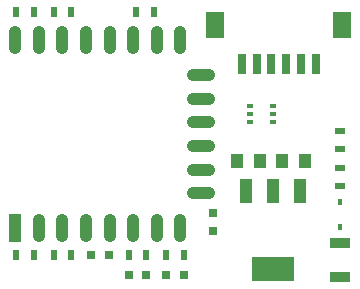
<source format=gtp>
G04 #@! TF.FileFunction,Paste,Top*
%FSLAX46Y46*%
G04 Gerber Fmt 4.6, Leading zero omitted, Abs format (unit mm)*
G04 Created by KiCad (PCBNEW (2015-11-11 BZR 6309, Git 34f1c0e)-product) date Mon 07 Dec 2015 11:04:15 PM EET*
%MOMM*%
G01*
G04 APERTURE LIST*
%ADD10C,0.100000*%
%ADD11R,0.800000X0.750000*%
%ADD12R,0.750000X0.800000*%
%ADD13R,1.000000X1.250000*%
%ADD14R,0.797560X0.797560*%
%ADD15R,0.450000X0.590000*%
%ADD16R,1.700000X0.900000*%
%ADD17R,0.500000X0.900000*%
%ADD18R,0.900000X0.500000*%
%ADD19O,2.400000X1.100000*%
%ADD20R,1.100000X2.400000*%
%ADD21O,1.100000X2.400000*%
%ADD22R,3.657600X2.032000*%
%ADD23R,1.016000X2.032000*%
%ADD24R,0.600000X0.420000*%
%ADD25R,0.700000X1.800000*%
%ADD26R,1.600000X2.200000*%
G04 APERTURE END LIST*
D10*
D11*
X51574000Y-81978500D03*
X53074000Y-81978500D03*
D12*
X61849000Y-79934500D03*
X61849000Y-78434500D03*
D13*
X69707000Y-73977500D03*
X67707000Y-73977500D03*
X63897000Y-73977500D03*
X65897000Y-73977500D03*
D14*
X59423300Y-83629500D03*
X57924700Y-83629500D03*
X56248300Y-83629500D03*
X54749700Y-83629500D03*
D15*
X72644000Y-79604500D03*
X72644000Y-77494500D03*
D16*
X72644000Y-83809500D03*
X72644000Y-80909500D03*
D17*
X59424000Y-81978500D03*
X57924000Y-81978500D03*
X49899000Y-81978500D03*
X48399000Y-81978500D03*
X45224000Y-81978500D03*
X46724000Y-81978500D03*
X56249000Y-81978500D03*
X54749000Y-81978500D03*
D18*
X72644000Y-74624500D03*
X72644000Y-76124500D03*
X72644000Y-71449500D03*
X72644000Y-72949500D03*
D17*
X46724000Y-61404500D03*
X45224000Y-61404500D03*
X49899000Y-61404500D03*
X48399000Y-61404500D03*
X55384000Y-61404500D03*
X56884000Y-61404500D03*
D19*
X60875201Y-76729500D03*
X60875201Y-74729500D03*
X60875201Y-72729500D03*
X60875201Y-70729500D03*
X60875201Y-68729500D03*
X60875201Y-66729500D03*
D20*
X45125201Y-79719500D03*
D21*
X47125201Y-79719500D03*
X49125201Y-79719500D03*
X51125201Y-79719500D03*
X53125201Y-79719500D03*
X55125201Y-79719500D03*
X57125201Y-79719500D03*
X59125201Y-79719500D03*
X59125201Y-63719500D03*
X57125201Y-63719500D03*
X55125201Y-63719500D03*
X53125201Y-63719500D03*
X51125201Y-63719500D03*
X49125201Y-63719500D03*
X47125201Y-63719500D03*
X45125201Y-63719500D03*
D22*
X66929000Y-83121500D03*
D23*
X66929000Y-76517500D03*
X64643000Y-76517500D03*
X69215000Y-76517500D03*
D24*
X66929000Y-70675500D03*
X66929000Y-70025500D03*
X66929000Y-69375500D03*
X65029000Y-69375500D03*
X65029000Y-70025500D03*
X65029000Y-70675500D03*
D25*
X64324000Y-65799500D03*
X65574000Y-65799500D03*
X66824000Y-65799500D03*
X68074000Y-65799500D03*
X69324000Y-65799500D03*
X70574000Y-65799500D03*
D26*
X62074000Y-62499500D03*
X72824000Y-62499500D03*
M02*

</source>
